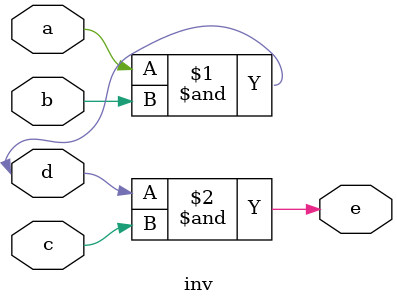
<source format=v>
`timescale 1ns / 1ps


module inv(
    input a,
    input b,
    input c,
    input d,
    output e
    );
assign d = a & b;
assign e = d & c;
endmodule

</source>
